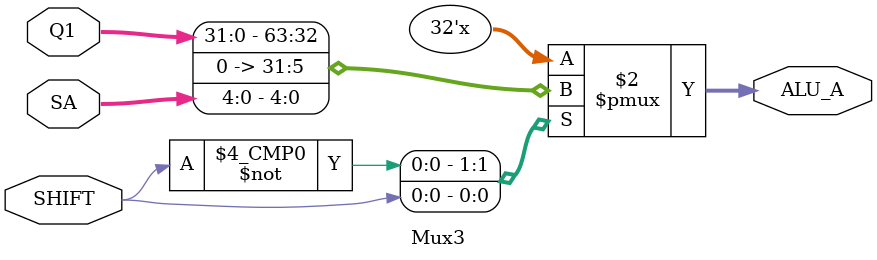
<source format=v>
module Mux3(Q1, SA, SHIFT, ALU_A);
  input [31:0] Q1;
  input [4:0] SA;
  input SHIFT;
  output reg [31:0] ALU_A;

  always @(Q1, SA, SHIFT) begin
    case (SHIFT)
      0 : ALU_A <= Q1;
      1 : ALU_A <= SA;
    endcase
  end

  // always @(ALUSrc, ReadData2, Extend32) begin
	// 	case (ALUSrc)
	// 		0: ALU_B <= ReadData2;
	// 		1: ALU_B <= Extend32;
	// 	endcase
	// end
endmodule
</source>
